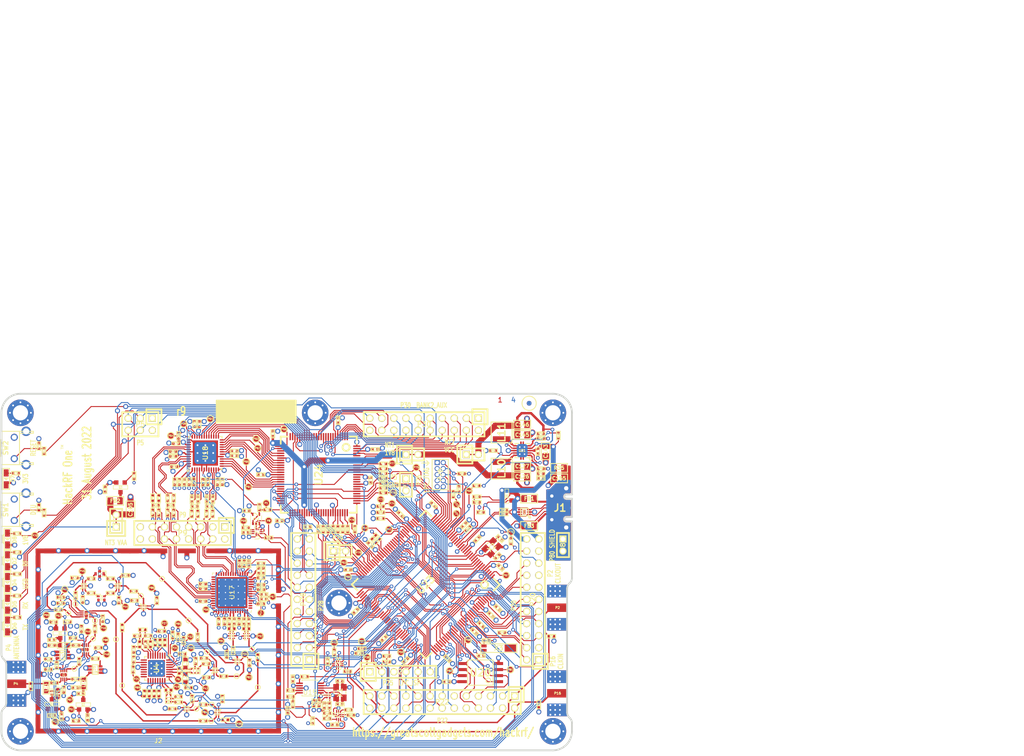
<source format=kicad_pcb>
(kicad_pcb (version 20211014) (generator pcbnew)

  (general
    (thickness 1.6116)
  )

  (paper "USLegal")
  (title_block
    (title "HackRF One")
    (date "2022-08-28")
    (rev "r9")
    (company "Copyright 2012-2022 Great Scott Gadgets")
    (comment 1 "Michael Ossmann")
    (comment 2 "Licensed under the CERN-OHL-P v2")
  )

  (layers
    (0 "F.Cu" signal "C1F")
    (1 "In1.Cu" signal "C2")
    (2 "In2.Cu" signal "C3")
    (31 "B.Cu" signal "C4B")
    (32 "B.Adhes" user "B.Adhesive")
    (33 "F.Adhes" user "F.Adhesive")
    (34 "B.Paste" user)
    (35 "F.Paste" user)
    (36 "B.SilkS" user "B.Silkscreen")
    (37 "F.SilkS" user "F.Silkscreen")
    (38 "B.Mask" user)
    (39 "F.Mask" user)
    (41 "Cmts.User" user "User.Comments")
    (44 "Edge.Cuts" user)
    (45 "Margin" user)
    (46 "B.CrtYd" user "B.Courtyard")
    (47 "F.CrtYd" user "F.Courtyard")
    (49 "F.Fab" user)
  )

  (setup
    (stackup
      (layer "F.SilkS" (type "Top Silk Screen") (color "White"))
      (layer "F.Paste" (type "Top Solder Paste"))
      (layer "F.Mask" (type "Top Solder Mask") (color "Green") (thickness 0.0127) (material "LPI") (epsilon_r 3.8) (loss_tangent 0))
      (layer "F.Cu" (type "copper") (thickness 0.035))
      (layer "dielectric 1" (type "prepreg") (thickness 0.2104) (material "7628") (epsilon_r 4.6) (loss_tangent 0))
      (layer "In1.Cu" (type "copper") (thickness 0.0152))
      (layer "dielectric 2" (type "core") (thickness 1.065) (material "7628") (epsilon_r 4.6) (loss_tangent 0))
      (layer "In2.Cu" (type "copper") (thickness 0.0152))
      (layer "dielectric 3" (type "prepreg") (thickness 0.2104) (material "7628") (epsilon_r 4.6) (loss_tangent 0))
      (layer "B.Cu" (type "copper") (thickness 0.035))
      (layer "B.Mask" (type "Bottom Solder Mask") (color "Green") (thickness 0.0127) (material "LPI") (epsilon_r 3.8) (loss_tangent 0))
      (layer "B.Paste" (type "Bottom Solder Paste"))
      (layer "B.SilkS" (type "Bottom Silk Screen") (color "White"))
      (copper_finish "ENIG")
      (dielectric_constraints yes)
    )
    (pad_to_mask_clearance 0.05)
    (pad_to_paste_clearance_ratio -0.12)
    (pcbplotparams
      (layerselection 0x00010e8_ffffffff)
      (disableapertmacros false)
      (usegerberextensions true)
      (usegerberattributes false)
      (usegerberadvancedattributes true)
      (creategerberjobfile false)
      (svguseinch false)
      (svgprecision 6)
      (excludeedgelayer true)
      (plotframeref false)
      (viasonmask false)
      (mode 1)
      (useauxorigin false)
      (hpglpennumber 1)
      (hpglpenspeed 20)
      (hpglpendiameter 15.000000)
      (dxfpolygonmode true)
      (dxfimperialunits true)
      (dxfusepcbnewfont true)
      (psnegative false)
      (psa4output false)
      (plotreference false)
      (plotvalue false)
      (plotinvisibletext false)
      (sketchpadsonfab false)
      (subtractmaskfromsilk false)
      (outputformat 1)
      (mirror false)
      (drillshape 0)
      (scaleselection 1)
      (outputdirectory "gerbers")
    )
  )

  (net 0 "")
  (net 1 "!MIX_BYPASS")
  (net 2 "!RX_AMP_PWR")
  (net 3 "!TX_AMP_PWR")
  (net 4 "!VAA_ENABLE")
  (net 5 "/Front End/RX_AMP_OUT")
  (net 6 "/Front End/RX_AMP_IN")
  (net 7 "/Front End/TX_AMP_IN")
  (net 8 "/Front End/TX_AMP_OUT")
  (net 9 "/Front End/REF_IN")
  (net 10 "/Baseband/TXBBQ-")
  (net 11 "/Baseband/TXBBQ+")
  (net 12 "/Baseband/TXBBI+")
  (net 13 "/Baseband/TXBBI-")
  (net 14 "/Baseband/COM")
  (net 15 "/Baseband/REFN")
  (net 16 "/Baseband/REFP")
  (net 17 "/Baseband/IA+")
  (net 18 "/Baseband/IA-")
  (net 19 "/Baseband/QA-")
  (net 20 "/Baseband/QA+")
  (net 21 "/Baseband/CPOUT-")
  (net 22 "/Baseband/CPOUT+")
  (net 23 "XCVR_CLK")
  (net 24 "/Baseband/XTAL2")
  (net 25 "/Microcontroller, CPLD, USB, Power/RTCX1")
  (net 26 "/Microcontroller, CPLD, USB, Power/REG_OUT2")
  (net 27 "/Microcontroller, CPLD, USB, Power/VBAT")
  (net 28 "/Microcontroller, CPLD, USB, Power/VIN")
  (net 29 "/Microcontroller, CPLD, USB, Power/REG_OUT1")
  (net 30 "/Microcontroller, CPLD, USB, Power/USB_SHIELD")
  (net 31 "/Microcontroller, CPLD, USB, Power/XTAL1")
  (net 32 "/Microcontroller, CPLD, USB, Power/XTAL2")
  (net 33 "/Microcontroller, CPLD, USB, Power/RTCX2")
  (net 34 "/Clock/XB")
  (net 35 "/Clock/XA")
  (net 36 "/Microcontroller, CPLD, USB, Power/VBUS")
  (net 37 "/Microcontroller, CPLD, USB, Power/LED1")
  (net 38 "/Microcontroller, CPLD, USB, Power/LED2")
  (net 39 "/Microcontroller, CPLD, USB, Power/LED3")
  (net 40 "/Baseband/RXBBQ-")
  (net 41 "/Baseband/RXBBI-")
  (net 42 "/Baseband/RXBBQ+")
  (net 43 "/Baseband/RXBBI+")
  (net 44 "!ANT_BIAS")
  (net 45 "/Baseband/XCVR_CLKOUT")
  (net 46 "/Microcontroller, CPLD, USB, Power/RTC_ALARM")
  (net 47 "/Microcontroller, CPLD, USB, Power/WAKEUP")
  (net 48 "/Microcontroller, CPLD, USB, Power/GPIO3_8")
  (net 49 "/Microcontroller, CPLD, USB, Power/GPIO3_9")
  (net 50 "/Microcontroller, CPLD, USB, Power/GPIO3_10")
  (net 51 "/Microcontroller, CPLD, USB, Power/GPIO3_11")
  (net 52 "/Microcontroller, CPLD, USB, Power/GPIO3_12")
  (net 53 "/Microcontroller, CPLD, USB, Power/GPIO3_13")
  (net 54 "/Microcontroller, CPLD, USB, Power/GPIO3_14")
  (net 55 "/Microcontroller, CPLD, USB, Power/GPIO3_15")
  (net 56 "/Microcontroller, CPLD, USB, Power/ADC0_6")
  (net 57 "/Microcontroller, CPLD, USB, Power/ADC0_2")
  (net 58 "/Microcontroller, CPLD, USB, Power/VBUSCTRL")
  (net 59 "/Microcontroller, CPLD, USB, Power/ADC0_5")
  (net 60 "/Microcontroller, CPLD, USB, Power/ADC0_0")
  (net 61 "/Microcontroller, CPLD, USB, Power/RESET")
  (net 62 "/Microcontroller, CPLD, USB, Power/I2C1_SCL")
  (net 63 "/Microcontroller, CPLD, USB, Power/I2C1_SDA")
  (net 64 "/Microcontroller, CPLD, USB, Power/SPIFI_CIPO")
  (net 65 "/Microcontroller, CPLD, USB, Power/SPIFI_SCK")
  (net 66 "/Microcontroller, CPLD, USB, Power/SPIFI_COPI")
  (net 67 "/Microcontroller, CPLD, USB, Power/I2S0_RX_SCK")
  (net 68 "/Microcontroller, CPLD, USB, Power/I2S0_RX_SDA")
  (net 69 "/Microcontroller, CPLD, USB, Power/I2S0_RX_MCLK")
  (net 70 "/Microcontroller, CPLD, USB, Power/I2S0_RX_WS")
  (net 71 "/Microcontroller, CPLD, USB, Power/I2S0_TX_SCK")
  (net 72 "/Microcontroller, CPLD, USB, Power/I2S0_TX_MCLK")
  (net 73 "/Microcontroller, CPLD, USB, Power/U0_RXD")
  (net 74 "/Microcontroller, CPLD, USB, Power/U0_TXD")
  (net 75 "/Microcontroller, CPLD, USB, Power/P2_9")
  (net 76 "/Microcontroller, CPLD, USB, Power/P2_13")
  (net 77 "/Microcontroller, CPLD, USB, Power/P2_8")
  (net 78 "/Microcontroller, CPLD, USB, Power/DBGEN")
  (net 79 "/Microcontroller, CPLD, USB, Power/TMS")
  (net 80 "/Microcontroller, CPLD, USB, Power/TCK")
  (net 81 "/Microcontroller, CPLD, USB, Power/TDO")
  (net 82 "/Microcontroller, CPLD, USB, Power/TDI")
  (net 83 "/Microcontroller, CPLD, USB, Power/SD_CD")
  (net 84 "/Microcontroller, CPLD, USB, Power/SD_DAT3")
  (net 85 "/Microcontroller, CPLD, USB, Power/SD_DAT2")
  (net 86 "/Microcontroller, CPLD, USB, Power/SD_DAT1")
  (net 87 "/Microcontroller, CPLD, USB, Power/SD_DAT0")
  (net 88 "/Microcontroller, CPLD, USB, Power/SD_VOLT0")
  (net 89 "/Microcontroller, CPLD, USB, Power/SD_CMD")
  (net 90 "/Microcontroller, CPLD, USB, Power/SD_POW")
  (net 91 "/Microcontroller, CPLD, USB, Power/SD_CLK")
  (net 92 "/Microcontroller, CPLD, USB, Power/B1AUX14")
  (net 93 "/Microcontroller, CPLD, USB, Power/B1AUX13")
  (net 94 "/Microcontroller, CPLD, USB, Power/CPLD_TCK")
  (net 95 "/Microcontroller, CPLD, USB, Power/BANK2F3M2")
  (net 96 "/Microcontroller, CPLD, USB, Power/CPLD_TDI")
  (net 97 "/Microcontroller, CPLD, USB, Power/BANK2F3M6")
  (net 98 "/Microcontroller, CPLD, USB, Power/BANK2F3M12")
  (net 99 "/Microcontroller, CPLD, USB, Power/BANK2F3M4")
  (net 100 "/Microcontroller, CPLD, USB, Power/CPLD_TMS")
  (net 101 "/Microcontroller, CPLD, USB, Power/CPLD_TDO")
  (net 102 "/Microcontroller, CPLD, USB, Power/B2AUX16")
  (net 103 "/Microcontroller, CPLD, USB, Power/B2AUX15")
  (net 104 "/Microcontroller, CPLD, USB, Power/B2AUX14")
  (net 105 "/Microcontroller, CPLD, USB, Power/B2AUX13")
  (net 106 "/Microcontroller, CPLD, USB, Power/B2AUX12")
  (net 107 "/Microcontroller, CPLD, USB, Power/B2AUX11")
  (net 108 "/Microcontroller, CPLD, USB, Power/B2AUX10")
  (net 109 "/Microcontroller, CPLD, USB, Power/B2AUX9")
  (net 110 "/Microcontroller, CPLD, USB, Power/B2AUX8")
  (net 111 "/Microcontroller, CPLD, USB, Power/B2AUX7")
  (net 112 "/Microcontroller, CPLD, USB, Power/B2AUX6")
  (net 113 "/Microcontroller, CPLD, USB, Power/B2AUX5")
  (net 114 "/Microcontroller, CPLD, USB, Power/B2AUX4")
  (net 115 "/Microcontroller, CPLD, USB, Power/B2AUX3")
  (net 116 "/Microcontroller, CPLD, USB, Power/B2AUX2")
  (net 117 "/Microcontroller, CPLD, USB, Power/B2AUX1")
  (net 118 "/Microcontroller, CPLD, USB, Power/GCK0")
  (net 119 "/Microcontroller, CPLD, USB, Power/SPIFI_CS")
  (net 120 "/Microcontroller, CPLD, USB, Power/VREGMODE")
  (net 121 "/Microcontroller, CPLD, USB, Power/EN1V8")
  (net 122 "/Microcontroller, CPLD, USB, Power/SGPIO0")
  (net 123 "/Microcontroller, CPLD, USB, Power/SGPIO7")
  (net 124 "/Microcontroller, CPLD, USB, Power/SGPIO9")
  (net 125 "/Microcontroller, CPLD, USB, Power/SGPIO10")
  (net 126 "/Microcontroller, CPLD, USB, Power/SGPIO11")
  (net 127 "/Microcontroller, CPLD, USB, Power/SPIFI_SIO2")
  (net 128 "/Microcontroller, CPLD, USB, Power/SPIFI_SIO3")
  (net 129 "/Baseband/QD+")
  (net 130 "/Baseband/QD-")
  (net 131 "/Baseband/ID-")
  (net 132 "/Baseband/ID+")
  (net 133 "/Clock/CLK0")
  (net 134 "Net-(C169-Pad2)")
  (net 135 "/Microcontroller, CPLD, USB, Power/DP")
  (net 136 "/Microcontroller, CPLD, USB, Power/DM")
  (net 137 "/Microcontroller, CPLD, USB, Power/RREF")
  (net 138 "/Microcontroller, CPLD, USB, Power/BANK2F3M1")
  (net 139 "/Microcontroller, CPLD, USB, Power/TRIGGER_EN")
  (net 140 "/Microcontroller, CPLD, USB, Power/BANK2F3M3")
  (net 141 "/Microcontroller, CPLD, USB, Power/SGPIO14")
  (net 142 "/Microcontroller, CPLD, USB, Power/SGPIO1")
  (net 143 "/Microcontroller, CPLD, USB, Power/BANK2F3M5")
  (net 144 "/Microcontroller, CPLD, USB, Power/SGPIO15")
  (net 145 "/Microcontroller, CPLD, USB, Power/BANK2F3M7")
  (net 146 "/Microcontroller, CPLD, USB, Power/BANK2F3M8")
  (net 147 "/Microcontroller, CPLD, USB, Power/SGPIO2")
  (net 148 "/Microcontroller, CPLD, USB, Power/BANK2F3M9")
  (net 149 "/Microcontroller, CPLD, USB, Power/SGPIO3")
  (net 150 "/Microcontroller, CPLD, USB, Power/BANK2F3M10")
  (net 151 "/Microcontroller, CPLD, USB, Power/BANK2F3M11")
  (net 152 "/Microcontroller, CPLD, USB, Power/SGPIO12")
  (net 153 "/Microcontroller, CPLD, USB, Power/SGPIO4")
  (net 154 "/Microcontroller, CPLD, USB, Power/BANK2F3M14")
  (net 155 "/Microcontroller, CPLD, USB, Power/SGPIO5")
  (net 156 "/Microcontroller, CPLD, USB, Power/BANK2F3M15")
  (net 157 "/Microcontroller, CPLD, USB, Power/SGPIO6")
  (net 158 "AMP_BYPASS")
  (net 159 "CLKIN")
  (net 160 "CLKOUT")
  (net 161 "CS_AD")
  (net 162 "CS_XCVR")
  (net 163 "DA0")
  (net 164 "DA1")
  (net 165 "DA2")
  (net 166 "DA3")
  (net 167 "DA4")
  (net 168 "DA5")
  (net 169 "DA6")
  (net 170 "DA7")
  (net 171 "DD0")
  (net 172 "DD1")
  (net 173 "DD2")
  (net 174 "DD3")
  (net 175 "DD4")
  (net 176 "DD5")
  (net 177 "DD6")
  (net 178 "DD7")
  (net 179 "DD8")
  (net 180 "DD9")
  (net 181 "GCK1")
  (net 182 "GCK2")
  (net 183 "GND")
  (net 184 "HP")
  (net 185 "LP")
  (net 186 "MCU_CLK")
  (net 187 "MIXER_ENX")
  (net 188 "MIXER_RESETX")
  (net 189 "MIXER_SCLK")
  (net 190 "MIXER_SDATA")
  (net 191 "MIX_BYPASS")
  (net 192 "MIX_CLK")
  (net 193 "RSSI")
  (net 194 "RX")
  (net 195 "RX_AMP")
  (net 196 "RX_IF")
  (net 197 "RX_MIX_BP")
  (net 198 "SCL")
  (net 199 "SDA")
  (net 200 "SGPIO_CLK")
  (net 201 "SSP1_CIPO")
  (net 202 "SSP1_COPI")
  (net 203 "SSP1_SCK")
  (net 204 "TX_AMP")
  (net 205 "TX_IF")
  (net 206 "TX_MIX_BP")
  (net 207 "VAA")
  (net 208 "VCC")
  (net 209 "XCVR_EN")
  (net 210 "Net-(C8-Pad2)")
  (net 211 "Net-(C9-Pad2)")
  (net 212 "Net-(C9-Pad1)")
  (net 213 "Net-(C12-Pad1)")
  (net 214 "Net-(C13-Pad1)")
  (net 215 "Net-(C14-Pad2)")
  (net 216 "Net-(C14-Pad1)")
  (net 217 "Net-(C15-Pad2)")
  (net 218 "Net-(C17-Pad2)")
  (net 219 "Net-(C17-Pad1)")
  (net 220 "Net-(C18-Pad2)")
  (net 221 "Net-(C18-Pad1)")
  (net 222 "Net-(C20-Pad2)")
  (net 223 "Net-(C20-Pad1)")
  (net 224 "Net-(C21-Pad2)")
  (net 225 "Net-(C21-Pad1)")
  (net 226 "Net-(C23-Pad2)")
  (net 227 "Net-(C23-Pad1)")
  (net 228 "Net-(C25-Pad1)")
  (net 229 "Net-(C26-Pad2)")
  (net 230 "Net-(C26-Pad1)")
  (net 231 "Net-(C27-Pad2)")
  (net 232 "Net-(C27-Pad1)")
  (net 233 "Net-(C28-Pad2)")
  (net 234 "Net-(C28-Pad1)")
  (net 235 "Net-(C31-Pad2)")
  (net 236 "Net-(C31-Pad1)")
  (net 237 "Net-(C32-Pad2)")
  (net 238 "Net-(C32-Pad1)")
  (net 239 "Net-(C43-Pad2)")
  (net 240 "Net-(C43-Pad1)")
  (net 241 "Net-(C44-Pad2)")
  (net 242 "Net-(C44-Pad1)")
  (net 243 "Net-(C46-Pad2)")
  (net 244 "Net-(C46-Pad1)")
  (net 245 "Net-(C48-Pad1)")
  (net 246 "Net-(C49-Pad2)")
  (net 247 "Net-(C50-Pad1)")
  (net 248 "Net-(C51-Pad2)")
  (net 249 "Net-(C51-Pad1)")
  (net 250 "Net-(C163-Pad2)")
  (net 251 "Net-(C58-Pad2)")
  (net 252 "Net-(C59-Pad2)")
  (net 253 "Net-(C61-Pad2)")
  (net 254 "Net-(C61-Pad1)")
  (net 255 "Net-(C62-Pad2)")
  (net 256 "Net-(C64-Pad2)")
  (net 257 "Net-(C64-Pad1)")
  (net 258 "Net-(C99-Pad2)")
  (net 259 "Net-(C99-Pad1)")
  (net 260 "Net-(C102-Pad2)")
  (net 261 "Net-(C102-Pad1)")
  (net 262 "Net-(C104-Pad2)")
  (net 263 "Net-(C104-Pad1)")
  (net 264 "Net-(C105-Pad1)")
  (net 265 "Net-(C106-Pad1)")
  (net 266 "Net-(C111-Pad2)")
  (net 267 "Net-(C111-Pad1)")
  (net 268 "Net-(C114-Pad2)")
  (net 269 "Net-(C114-Pad1)")
  (net 270 "Net-(C125-Pad2)")
  (net 271 "Net-(C160-Pad1)")
  (net 272 "Net-(D2-Pad2)")
  (net 273 "Net-(D4-Pad2)")
  (net 274 "Net-(D5-Pad2)")
  (net 275 "Net-(D6-Pad2)")
  (net 276 "Net-(D7-Pad2)")
  (net 277 "Net-(D8-Pad2)")
  (net 278 "Net-(FB1-Pad1)")
  (net 279 "Net-(FB2-Pad1)")
  (net 280 "Net-(FB3-Pad1)")
  (net 281 "Net-(J1-Pad3)")
  (net 282 "Net-(J1-Pad2)")
  (net 283 "Net-(L1-Pad2)")
  (net 284 "Net-(L1-Pad1)")
  (net 285 "Net-(L2-Pad1)")
  (net 286 "Net-(L3-Pad1)")
  (net 287 "Net-(L10-Pad1)")
  (net 288 "Net-(L11-Pad2)")
  (net 289 "Net-(D10-Pad1)")
  (net 290 "Net-(P6-Pad1)")
  (net 291 "Net-(P19-Pad1)")
  (net 292 "Net-(R4-Pad2)")
  (net 293 "Net-(R30-Pad2)")
  (net 294 "Net-(R19-Pad2)")
  (net 295 "Net-(R51-Pad1)")
  (net 296 "Net-(R52-Pad2)")
  (net 297 "Net-(R55-Pad2)")
  (net 298 "/Microcontroller, CPLD, USB, Power/BANK2F3M16")
  (net 299 "+1V8")
  (net 300 "unconnected-(P25-Pad3)")
  (net 301 "unconnected-(P26-Pad7)")
  (net 302 "unconnected-(U4-Pad1)")
  (net 303 "unconnected-(U4-Pad2)")
  (net 304 "unconnected-(U4-Pad3)")
  (net 305 "unconnected-(U4-Pad11)")
  (net 306 "unconnected-(U4-Pad13)")
  (net 307 "unconnected-(U4-Pad14)")
  (net 308 "unconnected-(U4-Pad17)")
  (net 309 "unconnected-(U4-Pad18)")
  (net 310 "unconnected-(U4-Pad20)")
  (net 311 "unconnected-(U4-Pad21)")
  (net 312 "unconnected-(U9-Pad2)")
  (net 313 "unconnected-(U12-Pad2)")
  (net 314 "unconnected-(U14-Pad2)")
  (net 315 "unconnected-(U15-Pad4)")
  (net 316 "unconnected-(U15-Pad6)")
  (net 317 "unconnected-(U17-Pad3)")
  (net 318 "unconnected-(U17-Pad43)")
  (net 319 "unconnected-(U17-Pad9)")
  (net 320 "unconnected-(U17-Pad12)")
  (net 321 "unconnected-(U17-Pad40)")
  (net 322 "unconnected-(U18-Pad38)")
  (net 323 "Net-(C117-Pad1)")
  (net 324 "unconnected-(U23-Pad89)")
  (net 325 "unconnected-(U23-Pad90)")
  (net 326 "unconnected-(U24-Pad14)")
  (net 327 "unconnected-(U24-Pad15)")
  (net 328 "unconnected-(U24-Pad16)")
  (net 329 "unconnected-(U24-Pad20)")
  (net 330 "unconnected-(U24-Pad25)")
  (net 331 "unconnected-(U24-Pad44)")
  (net 332 "unconnected-(U24-Pad46)")
  (net 333 "unconnected-(U24-Pad49)")
  (net 334 "unconnected-(U24-Pad50)")
  (net 335 "unconnected-(U24-Pad52)")
  (net 336 "unconnected-(U24-Pad53)")
  (net 337 "unconnected-(U24-Pad54)")
  (net 338 "unconnected-(U24-Pad58)")
  (net 339 "unconnected-(U24-Pad59)")
  (net 340 "unconnected-(U24-Pad60)")
  (net 341 "unconnected-(U24-Pad63)")
  (net 342 "unconnected-(U24-Pad65)")
  (net 343 "unconnected-(U24-Pad66)")
  (net 344 "unconnected-(U24-Pad68)")
  (net 345 "unconnected-(U24-Pad73)")
  (net 346 "unconnected-(U24-Pad75)")
  (net 347 "unconnected-(U24-Pad80)")
  (net 348 "unconnected-(U24-Pad82)")
  (net 349 "unconnected-(U24-Pad85)")
  (net 350 "unconnected-(U24-Pad86)")
  (net 351 "unconnected-(U24-Pad87)")
  (net 352 "unconnected-(U24-Pad93)")
  (net 353 "unconnected-(U24-Pad95)")
  (net 354 "unconnected-(U24-Pad96)")
  (net 355 "Net-(D10-Pad2)")
  (net 356 "Net-(C117-Pad2)")
  (net 357 "CLKOUT_EN")
  (net 358 "MCU_CLK_EN")
  (net 359 "Net-(R32-Pad2)")
  (net 360 "Net-(R33-Pad2)")
  (net 361 "Net-(R34-Pad2)")
  (net 362 "CLKIN_DETECT")
  (net 363 "Net-(R38-Pad1)")
  (net 364 "Net-(R39-Pad2)")
  (net 365 "Net-(R44-Pad2)")
  (net 366 "AD_CLK")
  (net 367 "Net-(R94-Pad2)")
  (net 368 "CLKIN_EN")
  (net 369 "FSX2_CLK")
  (net 370 "/Clock/CLK2")
  (net 371 "/Clock/CLK1")
  (net 372 "unconnected-(U4-Pad16)")
  (net 373 "unconnected-(U4-Pad9)")
  (net 374 "/Microcontroller, CPLD, USB, Power/TRST")
  (net 375 "/Microcontroller, CPLD, USB, Power/ID")
  (net 376 "/Microcontroller, CPLD, USB, Power/VBUS_DETECT")
  (net 377 "Net-(P1-Pad1)")
  (net 378 "XCVR_RXTX")
  (net 379 "unconnected-(U17-Pad44)")
  (net 380 "unconnected-(U17-Pad10)")
  (net 381 "unconnected-(U17-Pad15)")
  (net 382 "unconnected-(U17-Pad16)")
  (net 383 "unconnected-(U17-Pad17)")
  (net 384 "unconnected-(U17-Pad23)")
  (net 385 "unconnected-(U17-Pad45)")
  (net 386 "unconnected-(U17-Pad46)")
  (net 387 "unconnected-(U17-Pad55)")
  (net 388 "unconnected-(U17-Pad56)")
  (net 389 "unconnected-(U17-Pad41)")
  (net 390 "unconnected-(U17-Pad42)")
  (net 391 "unconnected-(U4-Pad15)")

  (footprint "gsg-modules:LTST-S220" (layer "F.Cu") (at 61.27 148.838 -90))

  (footprint "gsg-modules:LTST-S220" (layer "F.Cu") (at 61.27 139.694 -90))

  (footprint "gsg-modules:LTST-S220" (layer "F.Cu") (at 61.27 130.55 -90))

  (footprint "gsg-modules:LTST-S220" (layer "F.Cu") (at 61.27 144.266 -90))

  (footprint "gsg-modules:LTST-S220" (layer "F.Cu") (at 61.27 135.122 -90))

  (footprint "GSG-TESTPOINT-30MIL-MASKONLY" (layer "F.Cu") (at 89.31402 142.49908))

  (footprint "GSG-TESTPOINT-30MIL-MASKONLY" (layer "F.Cu") (at 84.1046 151.6574))

  (footprint "GSG-TESTPOINT-30MIL-MASKONLY" (layer "F.Cu") (at 75.57516 144.21358))

  (footprint "GSG-TESTPOINT-30MIL-MASKONLY" (layer "F.Cu") (at 74.0537 146.1516))

  (footprint "GSG-TESTPOINT-30MIL-MASKONLY" (layer "F.Cu") (at 93.782 138.932))

  (footprint "GSG-TESTPOINT-30MIL-MASKONLY" (layer "F.Cu") (at 85.4 161.3602))

  (footprint "GSG-TESTPOINT-30MIL-MASKONLY" (layer "F.Cu") (at 75.33894 157.8483))

  (footprint "GSG-TESTPOINT-30MIL-MASKONLY" (layer "F.Cu") (at 79.28 151.506))

  (footprint "GSG-TESTPOINT-30MIL-MASKONLY" (layer "F.Cu") (at 113.919 161.74974))

  (footprint "GSG-TESTPOINT-30MIL-MASKONLY" (layer "F.Cu") (at 104.11206 168.79824))

  (footprint "GSG-TESTPOINT-30MIL-MASKONLY" (layer "F.Cu") (at 104.25176 165.37432))

  (footprint "GSG-TESTPOINT-30MIL-MASKONLY" (layer "F.Cu") (at 101.0158 166.26332))

  (footprint "GSG-TESTPOINT-30MIL-MASKONLY" (layer "F.Cu") (at 79.6671 147.71116))

  (footprint "GSG-TESTPOINT-30MIL-MASKONLY" (layer "F.Cu") (at 109.47654 159.42564))

  (footprint "GSG-TESTPOINT-30MIL-MASKONLY" (layer "F.Cu") (at 99.36226 147.6883))

  (footprint "GSG-TESTPOINT-30MIL-MASKONLY" (layer "F.Cu") (at 103.23068 154.2796))

  (footprint "GSG-TESTPOINT-30MIL-MASKONLY" (layer "F.Cu") (at 112.71504 153.71064))

  (footprint "gsg-modules:LTST-S220" (layer "F.Cu") (at 61 117.9 -90))

  (footprint "GSG-MARK1MM" (layer "F.Cu") (at 171 102))

  (footprint "hackrf:GSG-0402" (layer "F.Cu") (at 91.0964 163.0468 -90))

  (footprint "hackrf:GSG-0402" (layer "F.Cu") (at 90.0804 163.0468 -90))

  (footprint "hackrf:GSG-0402" (layer "F.Cu") (at 93.1284 163.0468 -90))

  (footprint "hackrf:GSG-0402" (layer "F.Cu") (at 92.1124 163.0468 -90))

  (footprint "hackrf:GSG-0402" (layer "F.Cu") (at 92.341 152.328 90))

  (footprint "hackrf:GSG-0402" (layer "F.Cu") (at 93.357 152.328 90))

  (footprint "hackrf:GSG-0402" (layer "F.Cu") (at 107.084 168.5762 180))

  (footprint "hackrf:GSG-0402" (layer "F.Cu") (at 113.919 155.448 -90))

  (footprint "hackrf:GSG-0402" (layer "F.Cu") (at 85.4 149.1682 90))

  (footprint "hackrf:GSG-0402" (layer "F.Cu") (at 87.9808 143.4816))

  (footprint "hackrf:GSG-0402" (layer "F.Cu") (at 84.7138 143.4622 90))

  (footprint "hackrf:GSG-0402" (layer "F.Cu") (at 87.7944 153.8266 -90))

  (footprint "hackrf:GSG-0402" (layer "F.Cu") (at 88.5564 150.9056 180))

  (footprint "hackrf:GSG-0402" (layer "F.Cu") (at 90.3344 152.6836 90))

  (footprint "hackrf:GSG-0402" (layer "F.Cu") (at 90.8424 150.9056))

  (footprint "hackrf:GSG-0402" (layer "F.Cu") (at 106.4998 164.1566 90))

  (footprint "hackrf:GSG-0402" (layer "F.Cu") (at 82.9358 141.9382))

  (footprint "hackrf:GSG-0402" (layer "F.Cu") (at 78.8718 141.9382))

  (footprint "hackrf:GSG-0402" (layer "F.Cu") (at 77.0938 143.3352 90))

  (footprint "hackrf:GSG-0402" (layer "F.Cu") (at 87.8078 141.5288))

  (footprint "hackrf:GSG-0402" (layer "F.Cu") (at 102.4382 165.3794 180))

  (footprint "hackrf:GSG-0402" (layer "F.Cu") (at 95.9732 166.2726))

  (footprint "hackrf:GSG-0402" (layer "F.Cu") (at 101.2698 151.1808 90))

  (footprint "hackrf:GSG-0402" (layer "F.Cu") (at 92.6798 143.4816 -90))

  (footprint "hackrf:GSG-0402" (layer "F.Cu") (at 97.1924 163.7326))

  (footprint "hackrf:GSG-0402" (layer "F.Cu") (at 78.8718 138.8902 180))

  (footprint "hackrf:GSG-0402" (layer "F.Cu") (at 82.9358 138.8902))

  (footprint "hackrf:GSG-0402" (layer "F.Cu") (at 97.1924 164.8756))

  (footprint "hackrf:GSG-0402" (layer "F.Cu") (at 75.4174 138.7124 180))

  (footprint "hackrf:GSG-0402" (layer "F.Cu") (at 86.1 138.2))

  (footprint "hackrf:GSG-0402" (layer "F.Cu") (at 75.5952 142.4462 90))

  (footprint "hackrf:GSG-0402" (layer "F.Cu") (at 102.4382 168.8084 180))

  (footprint "hackrf:GSG-0402" (layer "F.Cu") (at 100.1134 164.139 90))

  (footprint "hackrf:GSG-0402" (layer "F.Cu") (at 98.31 151.9216 90))

  (footprint "hackrf:GSG-0402" (layer "F.Cu") (at 97.167 151.1596 90))

  (footprint "hackrf:GSG-0402" (layer "F.Cu") (at 96.024 150.7786 90))

  (footprint "hackrf:GSG-0402" (layer "F.Cu") (at 93.738 149.915 180))

  (footprint "hackrf:GSG-0402" (layer "F.Cu") (at 72.4456 142.8272))

  (footprint "hackrf:GSG-0402" (layer "F.Cu") (at 81.3054 147.3454 90))

  (footprint "hackrf:GSG-0402" (layer "F.Cu") (at 72.4456 144.0718))

  (footprint "hackrf:GSG-0402" (layer "F.Cu") (at 99.326 161.8276))

  (footprint "hackrf:GSG-0402" (layer "F.Cu") (at 98.056 154.7156 180))

  (footprint "hackrf:GSG-0402" (layer "F.Cu") (at 72.009 145.415 180))

  (footprint "hackrf:GSG-0402" (layer "F.Cu") (at 79.6798 149.4282 90))

  (footprint "hackrf:GSG-0402" (layer "F.Cu") (at 102.5906 155.6512))

  (footprint "hackrf:GSG-0402" (layer "F.Cu") (at 103.0478 156.7942 180))

  (footprint "hackrf:GSG-0402" (layer "F.Cu") (at 112.1664 156.5656 90))

  (footprint "hackrf:GSG-0402" (layer "F.Cu") (at 108.7374 154.0002 90))

  (footprint "hackrf:GSG-0402" (layer "F.Cu") (at 100.85 156.2396 -90))

  (footprint "hackrf:GSG-0402" (layer "F.Cu") (at 75.678 152.92))

  (footprint "hackrf:GSG-0402" (layer "F.Cu") (at 106.7414 159.434 180))

  (footprint "hackrf:GSG-0402" (layer "F.Cu") (at 70.598 152.92 180))

  (footprint "hackrf:GSG-0402" (layer "F.Cu") (at 70.9474 147.9998 180))

  (footprint "hackrf:GSG-0402" (layer "F.Cu") (at 103.124 159.6644 180))

  (footprint "hackrf:GSG-0402" (layer "F.Cu") (at 80.377 153.428))

  (footprint "hackrf:GSG-0402" (layer "F.Cu") (at 107.3912 154.8638 90))

  (footprint "hackrf:GSG-0402" (layer "F.Cu") (at 76.835 149.4282 90))

  (footprint "hackrf:GSG-0402" (layer "F.Cu") (at 71.614 157.111 90))

  (footprint "hackrf:GSG-0402" (layer "F.Cu") (at 79.742 155.714))

  (footprint "hackrf:GSG-0402" (layer "F.Cu") (at 75.043 151.396))

  (footprint "hackrf:GSG-0402" (layer "F.Cu") (at 76.3638 156.3236 90))

  (footprint "hackrf:GSG-0402" (layer "F.Cu") (at 75.551 160.032))

  (footprint "hackrf:GSG-0402" (layer "F.Cu") (at 73.0872 162.2418 -90))

  (footprint "hackrf:GSG-0402" (layer "F.Cu") (at 71.13 160.81 180))

  (footprint "hackrf:GSG-0402" (layer "F.Cu") (at 69.836 158))

  (footprint "hackrf:GSG-0402" (layer "F.Cu") (at 69.836 155.841))

  (footprint "hackrf:GSG-0402" (layer "F.Cu") (at 87.7 158 90))

  (footprint "hackrf:GSG-0402" (layer "F.Cu") (at 126.8 165.1 -90))

  (footprint "hackrf:GSG-0402" (layer "F.Cu") (at 125.7 165.1 -90))

  (footprint "hackrf:GSG-0402" (layer "F.Cu") (at 87.8 155.9 90))

  (footprint "hackrf:GSG-0402" (layer "F.Cu") (at 100.4824 118.5578 -90))

  (footprint "hackrf:GSG-0402" (layer "F.Cu") (at 99.4664 118.5578 -90))

  (footprint "hackrf:GSG-0402" (layer "F.Cu") (at 103.4034 118.5578 -90))

  (footprint "hackrf:GSG-0402" (layer "F.Cu") (at 102.3874 118.5578 -90))

  (footprint "hackrf:GSG-0402" (layer "F.Cu") (at 105.4354 118.5578 -90))

  (footprint "hackrf:GSG-0402" (layer "F.Cu") (at 106.4514 118.5578 -90))

  (footprint "hackrf:GSG-0402" (layer "F.Cu") (at 101.6254 106.3658 90))

  (footprint "hackrf:GSG-0402" (layer "F.Cu") (at 100.6094 106.3658 90))

  (footprint "hackrf:GSG-0402" (layer "F.Cu") (at 96.7359 110.4933 180))

  (footprint "hackrf:GSG-0402" (layer "F.Cu")
    (tedit 4FB6CFE4) (tstamp 00000000-0000-0000-0000-00005787e27a)
    (at 97.2439 108.8423 90)
    (property "Description" "CAP CER 2.2UF 10V 20% X5R 0402")
    (property "Manufacturer" "Taiyo Yuden")
    (property "Part Number" "LMK105BJ225MV-F")
    (property "Sheetfile" "baseband.kicad_sch")
    (property "Sheetname" "Baseband")
    (path "/00000000-0000
... [4463660 chars truncated]
</source>
